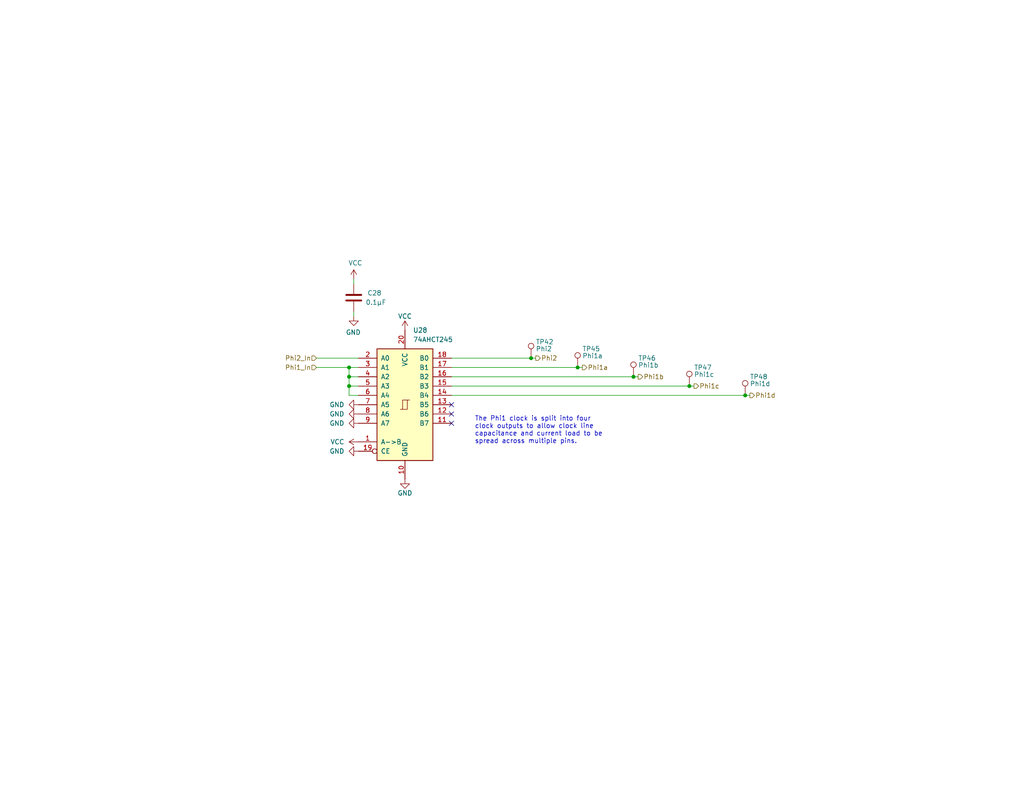
<source format=kicad_sch>
(kicad_sch (version 20230121) (generator eeschema)
  (paper "USLetter")
  (title_block (title "Turtle16: Clock Distribution") (date "2023-11-20") (rev "A"))
  (lib_symbols
    (symbol "74xx:74HC245" (pin_names (offset 1.016))
      (property "Reference" "U" (at -7.62 16.51 0))
      (property "Value" "74HC245" (at -7.62 -16.51 0))
      (symbol "74HC245_1_0"
        (polyline (pts (xy -0.635 -1.27) (xy -0.635 1.27) (xy 0.635 1.27)))
        (polyline (pts (xy -1.27 -1.27) (xy 0.635 -1.27) (xy 0.635 1.27) (xy 1.27 1.27)))
        (pin input line (at -12.7 -10.16 0) (length 5.08) (name "A->B") (number "1"))
        (pin power_in line (at 0 -20.32 90) (length 5.08) (name "GND") (number "10"))
        (pin tri_state line (at 12.7 -5.08 180) (length 5.08) (name "B7") (number "11"))
        (pin tri_state line (at 12.7 -2.54 180) (length 5.08) (name "B6") (number "12"))
        (pin tri_state line (at 12.7 0 180) (length 5.08) (name "B5") (number "13"))
        (pin tri_state line (at 12.7 2.54 180) (length 5.08) (name "B4") (number "14"))
        (pin tri_state line (at 12.7 5.08 180) (length 5.08) (name "B3") (number "15"))
        (pin tri_state line (at 12.7 7.62 180) (length 5.08) (name "B2") (number "16"))
        (pin tri_state line (at 12.7 10.16 180) (length 5.08) (name "B1") (number "17"))
        (pin tri_state line (at 12.7 12.7 180) (length 5.08) (name "B0") (number "18"))
        (pin input inverted (at -12.7 -12.7 0) (length 5.08) (name "CE") (number "19"))
        (pin tri_state line (at -12.7 12.7 0) (length 5.08) (name "A0") (number "2"))
        (pin power_in line (at 0 20.32 270) (length 5.08) (name "VCC") (number "20"))
        (pin tri_state line (at -12.7 10.16 0) (length 5.08) (name "A1") (number "3"))
        (pin tri_state line (at -12.7 7.62 0) (length 5.08) (name "A2") (number "4"))
        (pin tri_state line (at -12.7 5.08 0) (length 5.08) (name "A3") (number "5"))
        (pin tri_state line (at -12.7 2.54 0) (length 5.08) (name "A4") (number "6"))
        (pin tri_state line (at -12.7 0 0) (length 5.08) (name "A5") (number "7"))
        (pin tri_state line (at -12.7 -2.54 0) (length 5.08) (name "A6") (number "8"))
        (pin tri_state line (at -12.7 -5.08 0) (length 5.08) (name "A7") (number "9"))
      )
      (symbol "74HC245_1_1"
        (rectangle (start -7.62 15.24) (end 7.62 -15.24) (stroke (width 0.254)) (fill (type background)))
      )
    )
    (symbol "Connector:TestPoint" (pin_numbers hide) (pin_names (offset 0.762) hide)
      (property "Reference" "TP" (at 0 6.858 0))
      (property "Value" "TestPoint" (at 0 5.08 0))
      (symbol "TestPoint_0_1"
        (circle (center 0 3.302) (radius 0.762))
      )
      (symbol "TestPoint_1_1"
        (pin passive line (at 0 0 90) (length 2.54) (name "1") (number "1"))
      )
    )
    (symbol "Device:C" (pin_numbers hide) (pin_names (offset 0.254))
      (property "Reference" "C" (at 0.635 2.54 0))
      (property "Value" "C" (at 0.635 -2.54 0))
      (symbol "C_0_1"
        (polyline (pts (xy -2.032 -0.762) (xy 2.032 -0.762)) (stroke (width 0.508)))
        (polyline (pts (xy -2.032 0.762) (xy 2.032 0.762)) (stroke (width 0.508)))
      )
      (symbol "C_1_1"
        (pin passive line (at 0 3.81 270) (length 2.794) (name "~") (number "1"))
        (pin passive line (at 0 -3.81 90) (length 2.794) (name "~") (number "2"))
      )
    )
    (symbol "power:GND" (power) (pin_names (offset 0))
      (property "Value" "GND" (at 0 -3.81 0))
      (symbol "GND_0_1"
        (polyline (pts (xy 0 0) (xy 0 -1.27) (xy 1.27 -1.27) (xy 0 -2.54) (xy -1.27 -1.27) (xy 0 -1.27)))
      )
      (symbol "GND_1_1"
        (pin power_in line (at 0 0 270) (length 0) hide (name "GND") (number "1"))
      )
    )
    (symbol "power:VCC" (power) (pin_names (offset 0))
      (property "Value" "VCC" (at 0 3.81 0))
      (symbol "VCC_0_1"
        (polyline (pts (xy -0.762 1.27) (xy 0 2.54)))
        (polyline (pts (xy 0 0) (xy 0 2.54)))
        (polyline (pts (xy 0 2.54) (xy 0.762 1.27)))
      )
      (symbol "VCC_1_1"
        (pin power_in line (at 0 0 90) (length 0) hide (name "VCC") (number "1"))
      )
    )
  )
  (junction (at 95.25 105.41))
  (junction (at 203.327 107.95))
  (junction (at 157.607 100.33))
  (junction (at 188.087 105.41))
  (junction (at 95.25 102.87))
  (junction (at 172.847 102.87))
  (junction (at 95.25 100.33))
  (junction (at 144.907 97.79))
  (no_connect (at 123.19 110.49))
  (no_connect (at 123.19 113.03))
  (no_connect (at 123.19 115.57))
  (wire (pts (xy 95.25 100.33) (xy 95.25 102.87)))
  (wire (pts (xy 157.607 100.33) (xy 158.877 100.33)))
  (wire (pts (xy 203.327 107.95) (xy 204.597 107.95)))
  (wire (pts (xy 123.19 100.33) (xy 157.607 100.33)))
  (wire (pts (xy 95.25 102.87) (xy 95.25 105.41)))
  (wire (pts (xy 86.36 100.33) (xy 95.25 100.33)))
  (wire (pts (xy 172.847 102.87) (xy 174.117 102.87)))
  (wire (pts (xy 95.25 105.41) (xy 95.25 107.95)))
  (wire (pts (xy 144.907 97.79) (xy 146.177 97.79)))
  (wire (pts (xy 96.52 85.09) (xy 96.52 86.36)))
  (wire (pts (xy 188.087 105.41) (xy 189.357 105.41)))
  (wire (pts (xy 123.19 102.87) (xy 172.847 102.87)))
  (wire (pts (xy 96.52 77.47) (xy 96.52 76.2)))
  (wire (pts (xy 123.19 105.41) (xy 188.087 105.41)))
  (wire (pts (xy 123.19 107.95) (xy 203.327 107.95)))
  (wire (pts (xy 95.25 102.87) (xy 97.79 102.87)))
  (wire (pts (xy 95.25 107.95) (xy 97.79 107.95)))
  (wire (pts (xy 95.25 105.41) (xy 97.79 105.41)))
  (wire (pts (xy 95.25 100.33) (xy 97.79 100.33)))
  (wire (pts (xy 123.19 97.79) (xy 144.907 97.79)))
  (wire (pts (xy 86.36 97.79) (xy 97.79 97.79)))
  (text "The Phi1 clock is split into four\nclock outputs to allow clock line\ncapacitance and current load to be\nspread across multiple pins." (at 129.54 121.285 0) (effects (font (size 1.27 1.27)) (justify left bottom)))
  (hierarchical_label "Phi1d" (shape output) (at 204.597 107.95 0))
  (hierarchical_label "Phi1a" (shape output) (at 158.877 100.33 0))
  (hierarchical_label "Phi1b" (shape output) (at 174.117 102.87 0))
  (hierarchical_label "Phi2_In" (shape input) (at 86.36 97.79 180))
  (hierarchical_label "Phi1c" (shape output) (at 189.357 105.41 0))
  (hierarchical_label "Phi1_In" (shape input) (at 86.36 100.33 180))
  (hierarchical_label "Phi2" (shape output) (at 146.177 97.79 0))
  (symbol (lib_id "power:VCC") (at 110.49 90.17 0) (unit 1)
    (property "Reference" "#PWR0178" (effects hide))
    (property "Value" "VCC" (at 110.49 86.36 0))
  )
  (symbol (lib_id "Device:C") (at 96.52 81.28 0) (mirror y) (unit 1)
    (property "Reference" "C28" (at 104.14 80.01 0) (effects (justify left)))
    (property "Value" "0.1µF" (at 105.41 82.55 0) (effects (justify left)))
    (property "Footprint" "Capacitor_SMD:C_0603_1608Metric_Pad1.08x0.95mm_HandSolder" (effects hide))
    (property "Mouser" "https://www.mouser.com/ProductDetail/963-EMK107B7104KAHT" (effects hide))
  )
  (symbol (lib_id "Connector:TestPoint") (at 172.847 102.87 0) (unit 1)
    (property "Reference" "TP46" (at 174.117 97.79 0) (effects (justify left)))
    (property "Value" "Phi1b" (at 174.117 99.695 0) (effects (justify left)))
    (property "Footprint" "TestPoint:TestPoint_Pad_D1.0mm" (effects hide))
  )
  (symbol (lib_id "Connector:TestPoint") (at 157.607 100.33 0) (unit 1)
    (property "Reference" "TP45" (at 158.877 95.25 0) (effects (justify left)))
    (property "Value" "Phi1a" (at 158.877 97.155 0) (effects (justify left)))
    (property "Footprint" "TestPoint:TestPoint_Pad_D1.0mm" (effects hide))
  )
  (symbol (lib_id "power:GND") (at 97.79 123.19 270) (unit 1)
    (property "Reference" "#PWR0173" (effects hide))
    (property "Value" "GND" (at 93.98 123.19 90) (effects (justify right)))
  )
  (symbol (lib_id "power:GND") (at 97.79 113.03 270) (unit 1)
    (property "Reference" "#PWR04" (effects hide))
    (property "Value" "GND" (at 93.98 113.03 90) (effects (justify right)))
  )
  (symbol (lib_id "power:VCC") (at 97.79 120.65 90) (unit 1)
    (property "Reference" "#PWR0172" (effects hide))
    (property "Value" "VCC" (at 93.98 120.65 90) (effects (justify left)))
  )
  (symbol (lib_id "Connector:TestPoint") (at 203.327 107.95 0) (unit 1)
    (property "Reference" "TP48" (at 204.597 102.87 0) (effects (justify left)))
    (property "Value" "Phi1d" (at 204.597 104.775 0) (effects (justify left)))
    (property "Footprint" "TestPoint:TestPoint_Pad_D1.0mm" (effects hide))
  )
  (symbol (lib_id "power:GND") (at 97.79 110.49 270) (unit 1)
    (property "Reference" "#PWR08" (effects hide))
    (property "Value" "GND" (at 93.98 110.49 90) (effects (justify right)))
  )
  (symbol (lib_id "Connector:TestPoint") (at 144.907 97.79 0) (unit 1)
    (property "Reference" "TP42" (at 146.177 93.345 0) (effects (justify left)))
    (property "Value" "Phi2" (at 146.177 95.25 0) (effects (justify left)))
    (property "Footprint" "TestPoint:TestPoint_Pad_D1.0mm" (effects hide))
  )
  (symbol (lib_id "Connector:TestPoint") (at 188.087 105.41 0) (unit 1)
    (property "Reference" "TP47" (at 189.357 100.33 0) (effects (justify left)))
    (property "Value" "Phi1c" (at 189.357 102.235 0) (effects (justify left)))
    (property "Footprint" "TestPoint:TestPoint_Pad_D1.0mm" (effects hide))
  )
  (symbol (lib_id "power:GND") (at 97.79 115.57 270) (unit 1)
    (property "Reference" "#PWR05" (effects hide))
    (property "Value" "GND" (at 93.98 115.57 90) (effects (justify right)))
  )
  (symbol (lib_id "power:GND") (at 96.52 86.36 0) (mirror y) (unit 1)
    (property "Reference" "#PWR0164" (effects hide))
    (property "Value" "GND" (at 96.393 90.7542 0))
  )
  (symbol (lib_id "power:VCC") (at 96.52 76.2 0) (unit 1)
    (property "Reference" "#PWR0163" (effects hide))
    (property "Value" "VCC" (at 96.9518 71.8058 0))
  )
  (symbol (lib_id "74xx:74HC245") (at 110.49 110.49 0) (unit 1)
    (property "Reference" "U28" (at 112.6841 90.17 0) (effects (justify left)))
    (property "Value" "74AHCT245" (at 112.6841 92.71 0) (effects (justify left)))
    (property "Footprint" "Package_SO:TSSOP-20_4.4x6.5mm_P0.65mm" (effects hide))
    (property "Datasheet" "http://www.ti.com/lit/gpn/sn74HC245" (effects hide))
  )
  (symbol (lib_id "power:GND") (at 110.49 130.81 0) (unit 1)
    (property "Reference" "#PWR0179" (effects hide))
    (property "Value" "GND" (at 110.49 134.62 0))
  )
)
</source>
